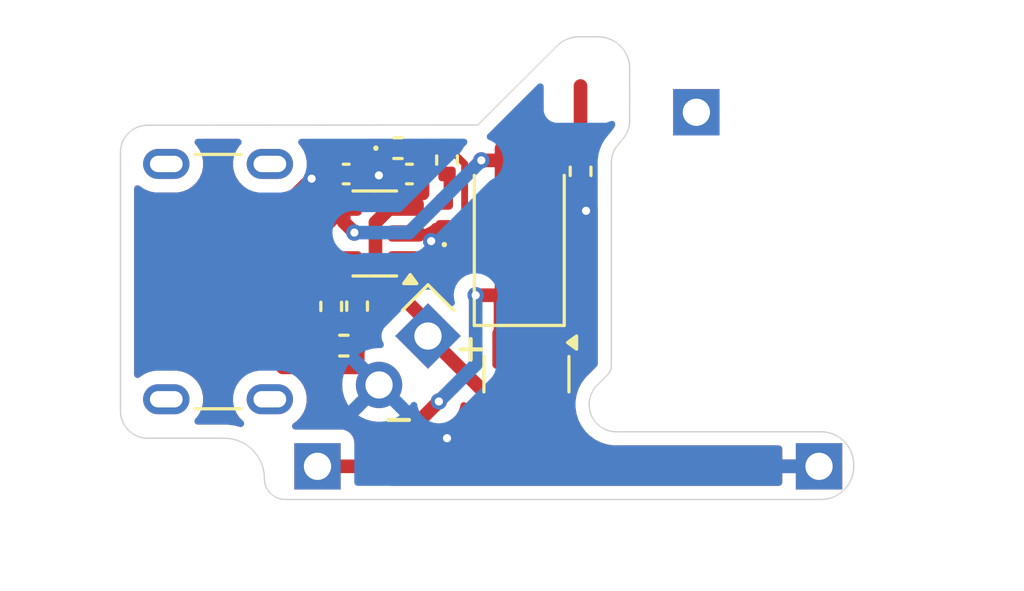
<source format=kicad_pcb>
(kicad_pcb (version 20240108) (generator "pcbnew") (generator_version "8.0")
  (layers (0 "F.Cu" signal) (31 "B.Cu" signal) (34 "B.Paste" user) (35 "F.Paste" user) (36 "B.SilkS" user "B.Silkscreen") (37 "F.SilkS" user "F.Silkscreen") (38 "B.Mask" user) (39 "F.Mask" user) (44 "Edge.Cuts" user))
  (net 0 "")
  (net 1 "GND")
  (net 2 "Net-(U1-STAT)")
  (net 3 "Net-(U1-PROG)")
  (net 4 "Net-(D1-K)")
  (net 5 "Net-(D2-A)")
  (net 10 "5V")
  (net 11 "CC2")
  (net 12 "CC1")
  (net 13 "VBATT")
  (net 14 "VOUT")
  (footprint "Package_TO_SOT_SMD:SOT-23-5" (layer "F.Cu") (at 53.8 76.8325 180)
    (property "Reference" "U1" (hide yes))
    (property "Value" "MCP73831T-2ACI/OT")
    (fp_line (start 0 1.56) (end 0.8 1.56) (stroke (width 0.12)) (layer "F.SilkS"))
    (fp_line (start 0 1.56) (end -0.8 1.56) (stroke (width 0.12)) (layer "F.SilkS"))
    (fp_line (start 0 -1.56) (end 0.8 -1.56) (stroke (width 0.12)) (layer "F.SilkS"))
    (fp_line (start 0 -1.56) (end -0.8 -1.56) (stroke (width 0.12)) (layer "F.SilkS"))
    (fp_poly (pts (xy -1.3 -1.51) (xy -1.54 -1.84) (xy -1.06 -1.84) (xy -1.3 -1.51)) (stroke (width 0.12)) (fill solid) (layer "F.SilkS"))
    (pad "1" smd roundrect (at -1.1375 -0.95 180) (size 1.325 0.6) (layers "F.Cu" "F.Paste" "F.Mask") (net 2 "Net-(U1-STAT)"))
    (pad "2" smd roundrect (at -1.1375 0 180) (size 1.325 0.6) (layers "F.Cu" "F.Paste" "F.Mask") (net 1 "GND"))
    (pad "3" smd roundrect (at -1.1375 0.95 180) (size 1.325 0.6) (layers "F.Cu" "F.Paste" "F.Mask") (net 13 "VBATT"))
    (pad "4" smd roundrect (at 1.1375 0.95 180) (size 1.325 0.6) (layers "F.Cu" "F.Paste" "F.Mask") (net 10 "5V"))
    (pad "5" smd roundrect (at 1.1375 -0.95 180) (size 1.325 0.6) (layers "F.Cu" "F.Paste" "F.Mask") (net 3 "Net-(U1-PROG)"))
  )
  (footprint "LED_SMD:LED_0402_1005Metric" (layer "F.Cu") (at 56.35 76.15 90)
    (property "Reference" "D2" (hide yes))
    (property "Value" "LED" (hide yes))
    (fp_circle (center -1.09 0) (end -1.04 0) (stroke (width 0.1)) (fill none) (layer "F.SilkS"))
    (pad "1" smd roundrect (at -0.485 0 90) (size 0.59 0.64) (layers "F.Cu" "F.Paste" "F.Mask") (net 1 "GND"))
    (pad "2" smd roundrect (at 0.485 0 90) (size 0.59 0.64) (layers "F.Cu" "F.Paste" "F.Mask") (net 5 "Net-(D2-A)"))
  )
  (footprint "Package_TO_SOT_SMD:SOT-23" (layer "F.Cu") (at 59.3625 82 -90)
    (property "Reference" "Q2" (hide yes))
    (property "Value" "BSS83P")
    (fp_line (start 0 1.56) (end -0.65 1.56) (stroke (width 0.12)) (layer "F.SilkS"))
    (fp_line (start 0 1.56) (end 0.65 1.56) (stroke (width 0.12)) (layer "F.SilkS"))
    (fp_line (start 0 -1.56) (end -0.65 -1.56) (stroke (width 0.12)) (layer "F.SilkS"))
    (fp_line (start 0 -1.56) (end 0.65 -1.56) (stroke (width 0.12)) (layer "F.SilkS"))
    (fp_poly (pts (xy -1.1625 -1.51) (xy -1.4025 -1.84) (xy -0.9225 -1.84) (xy -1.1625 -1.51)) (stroke (width 0.12)) (fill solid) (layer "F.SilkS"))
    (pad "1" smd roundrect (at -0.9375 -0.95 270) (size 1.475 0.6) (layers "F.Cu" "F.Paste" "F.Mask") (net 10 "5V"))
    (pad "2" smd roundrect (at -0.9375 0.95 270) (size 1.475 0.6) (layers "F.Cu" "F.Paste" "F.Mask") (net 14 "VOUT"))
    (pad "3" smd roundrect (at 0.9375 0 270) (size 1.475 0.6) (layers "F.Cu" "F.Paste" "F.Mask") (net 13 "VBATT"))
  )
  (footprint "Resistor_SMD:R_0402_1005Metric" (layer "F.Cu") (at 52.665 80.95 180)
    (property "Reference" "R1" (hide yes))
    (property "Value" "5.1K")
    (fp_line (start -0.153641 0.38) (end 0.153641 0.38) (stroke (width 0.12)) (layer "F.SilkS"))
    (fp_line (start -0.153641 -0.38) (end 0.153641 -0.38) (stroke (width 0.12)) (layer "F.SilkS"))
    (pad "1" smd roundrect (at -0.51 0 180) (size 0.54 0.64) (layers "F.Cu" "F.Paste" "F.Mask") (net 1 "GND"))
    (pad "2" smd roundrect (at 0.51 0 180) (size 0.54 0.64) (layers "F.Cu" "F.Paste" "F.Mask") (net 11 "CC2"))
  )
  (footprint "Resistor_SMD:R_0402_1005Metric" (layer "F.Cu") (at 52.2 79.51 90)
    (property "Reference" "R4" (hide yes))
    (property "Value" "5.1K")
    (fp_line (start -0.153641 -0.38) (end 0.153641 -0.38) (stroke (width 0.12)) (layer "F.SilkS"))
    (fp_line (start -0.153641 0.38) (end 0.153641 0.38) (stroke (width 0.12)) (layer "F.SilkS"))
    (pad "1" smd roundrect (at -0.51 0 90) (size 0.54 0.64) (layers "F.Cu" "F.Paste" "F.Mask") (net 1 "GND"))
    (pad "2" smd roundrect (at 0.51 0 90) (size 0.54 0.64) (layers "F.Cu" "F.Paste" "F.Mask") (net 12 "CC1"))
  )
  (footprint "Resistor_SMD:R_0402_1005Metric" (layer "F.Cu") (at 61.35 74.55 90)
    (property "Reference" "R6" (hide yes))
    (property "Value" "4.7k")
    (fp_line (start -0.153641 -0.38) (end 0.153641 -0.38) (stroke (width 0.12)) (layer "F.SilkS"))
    (fp_line (start -0.153641 0.38) (end 0.153641 0.38) (stroke (width 0.12)) (layer "F.SilkS"))
    (pad "1" smd roundrect (at -0.51 0 90) (size 0.54 0.64) (layers "F.Cu" "F.Paste" "F.Mask") (net 1 "GND"))
    (pad "2" smd roundrect (at 0.51 0 90) (size 0.54 0.64) (layers "F.Cu" "F.Paste" "F.Mask") (net 10 "5V"))
  )
  (footprint "Connector_PinHeader_2.54mm:PinHeader_1x01_P2.54mm_Vertical" (layer "F.Cu") (at 70.097511 85.38249)
    (property "Reference" "J4" (hide yes))
    (property "Value" "Conn_01x02_Socket")
    (pad "1" thru_hole rect (at 0 0) (size 1.7 1.7) (drill 1) (layers "*.Cu" "*.Mask") (net 1 "GND"))
  )
  (footprint "LED_SMD:LED_0402_1005Metric" (layer "F.Cu") (at 52.75 73.7 180)
    (property "Reference" "D1" (hide yes))
    (property "Value" "LED")
    (fp_circle (center -1.09 0) (end -1.04 0) (stroke (width 0.1)) (fill none) (layer "F.SilkS"))
    (pad "1" smd roundrect (at -0.485 0 180) (size 0.59 0.64) (layers "F.Cu" "F.Paste" "F.Mask") (net 4 "Net-(D1-K)"))
    (pad "2" smd roundrect (at 0.485 0 180) (size 0.59 0.64) (layers "F.Cu" "F.Paste" "F.Mask") (net 10 "5V"))
  )
  (footprint "Connector_PinHeader_2.54mm:PinHeader_1x01_P2.54mm_Vertical" (layer "F.Cu") (at 51.697511 85.38249)
    (property "Reference" "J3" (hide yes))
    (property "Value" "Conn_01x02_Socket")
    (pad "1" thru_hole rect (at 0 0) (size 1.7 1.7) (drill 1) (layers "*.Cu" "*.Mask") (net 14 "VOUT"))
  )
  (footprint "Resistor_SMD:R_0402_1005Metric" (layer "F.Cu") (at 53.15 79.5 -90)
    (property "Reference" "R5" (hide yes))
    (property "Value" "10K\\")
    (fp_line (start -0.153641 0.38) (end 0.153641 0.38) (stroke (width 0.12)) (layer "F.SilkS"))
    (fp_line (start -0.153641 -0.38) (end 0.153641 -0.38) (stroke (width 0.12)) (layer "F.SilkS"))
    (pad "1" smd roundrect (at -0.51 0 270) (size 0.54 0.64) (layers "F.Cu" "F.Paste" "F.Mask") (net 3 "Net-(U1-PROG)"))
    (pad "2" smd roundrect (at 0.51 0 270) (size 0.54 0.64) (layers "F.Cu" "F.Paste" "F.Mask") (net 1 "GND"))
  )
  (footprint "Diode_SMD:D_SMA" (layer "F.Cu") (at 59.1 76.7 90)
    (property "Reference" "D3" (hide yes))
    (property "Value" "SS14")
    (fp_line (start -3.51 -1.65) (end 2 -1.65) (stroke (width 0.12)) (layer "F.SilkS"))
    (fp_line (start -3.51 -1.65) (end -3.51 1.65) (stroke (width 0.12)) (layer "F.SilkS"))
    (fp_line (start -3.51 1.65) (end 2 1.65) (stroke (width 0.12)) (layer "F.SilkS"))
    (pad "1" smd roundrect (at -2 0 90) (size 2.5 1.8) (layers "F.Cu" "F.Paste" "F.Mask") (roundrect_rratio 0.1388888889) (net 14 "VOUT"))
    (pad "2" smd roundrect (at 2 0 90) (size 2.5 1.8) (layers "F.Cu" "F.Paste" "F.Mask") (roundrect_rratio 0.1388888889) (net 10 "5V"))
  )
  (footprint "Resistor_SMD:R_0402_1005Metric" (layer "F.Cu") (at 54.65 73.7)
    (property "Reference" "R2" (hide yes))
    (property "Value" "470")
    (fp_line (start -0.153641 -0.38) (end 0.153641 -0.38) (stroke (width 0.12)) (layer "F.SilkS"))
    (fp_line (start -0.153641 0.38) (end 0.153641 0.38) (stroke (width 0.12)) (layer "F.SilkS"))
    (pad "1" smd roundrect (at -0.51 0) (size 0.54 0.64) (layers "F.Cu" "F.Paste" "F.Mask") (net 4 "Net-(D1-K)"))
    (pad "2" smd roundrect (at 0.51 0) (size 0.54 0.64) (layers "F.Cu" "F.Paste" "F.Mask") (net 2 "Net-(U1-STAT)"))
  )
  (footprint "Connector_PinHeader_2.54mm:PinHeader_1x02_P2.54mm_Vertical" (layer "F.Cu") (at 55.751562 80.598439 -45)
    (property "Reference" "J1" (hide yes))
    (property "Value" "Conn_01x02_Socket")
    (fp_line (start -1.33 0) (end -1.33 -1.33) (stroke (width 0.12)) (layer "F.SilkS"))
    (fp_line (start -1.33 -1.33) (end 0 -1.33) (stroke (width 0.12)) (layer "F.SilkS"))
    (pad "1" thru_hole rect (at 0 0 315) (size 1.7 1.7) (drill 1) (layers "*.Cu" "*.Mask") (net 13 "VBATT"))
    (pad "2" thru_hole oval (at 0 2.54 315) (size 1.7 1.7) (drill 1) (layers "*.Cu" "*.Mask") (net 1 "GND"))
  )
  (footprint "Capacitor_SMD:C_0402_1005Metric" (layer "F.Cu") (at 52.75 74.65)
    (property "Reference" "C1" (hide yes))
    (property "Value" "10µF")
    (fp_line (start -0.107836 -0.36) (end 0.107836 -0.36) (stroke (width 0.12)) (layer "F.SilkS"))
    (fp_line (start -0.107836 0.36) (end 0.107836 0.36) (stroke (width 0.12)) (layer "F.SilkS"))
    (pad "1" smd roundrect (at -0.48 0) (size 0.56 0.62) (layers "F.Cu" "F.Paste" "F.Mask") (net 10 "5V"))
    (pad "2" smd roundrect (at 0.48 0) (size 0.56 0.62) (layers "F.Cu" "F.Paste" "F.Mask") (net 1 "GND"))
  )
  (footprint "Connector_PinHeader_2.54mm:PinHeader_1x01_P2.54mm_Vertical" (layer "F.Cu") (at 65.597511 72.38249)
    (property "Reference" "J5" (hide yes))
    (property "Value" "Conn_01x02_Socket")
    (pad "1" thru_hole rect (at 0 0) (size 1.7 1.7) (drill 1) (layers "*.Cu" "*.Mask") (net 10 "5V"))
  )
  (footprint "Connector_USB:USB_C_Receptacle_GCT_USB4125-xx-x-0190_6P_TopMnt_Horizontal" (layer "F.Cu") (at 46.95 78.6 -90)
    (property "Reference" "J2" (hide yes))
    (property "Value" "USB_C_Receptacle")
    (fp_line (start -4.67 -0.25) (end -4.67 -1.95) (stroke (width 0.12)) (layer "F.SilkS"))
    (fp_line (start 4.67 -0.25) (end 4.67 -1.95) (stroke (width 0.12)) (layer "F.SilkS"))
    (pad "A5" smd roundrect (at -0.5 -3.08 270) (size 0.7 1.2) (layers "F.Cu" "F.Paste" "F.Mask") (net 12 "CC1"))
    (pad "A9" smd roundrect (at 1.52 -3.08 90) (size 0.76 1.2) (layers "F.Cu" "F.Paste" "F.Mask") (net 10 "5V"))
    (pad "A12" smd roundrect (at 2.75 -3.08 90) (size 0.8 1.2) (layers "F.Cu" "F.Paste" "F.Mask") (net 1 "GND"))
    (pad "B5" smd roundrect (at 0.5 -3.08 90) (size 0.7 1.2) (layers "F.Cu" "F.Paste" "F.Mask") (net 11 "CC2"))
    (pad "B9" smd roundrect (at -1.52 -3.08 270) (size 0.76 1.2) (layers "F.Cu" "F.Paste" "F.Mask") (net 10 "5V"))
    (pad "B12" smd roundrect (at -2.75 -3.08 270) (size 0.8 1.2) (layers "F.Cu" "F.Paste" "F.Mask") (net 1 "GND"))
    (pad "S1" thru_hole oval (at -4.32 -3 270) (size 1.1 1.7) (drill oval 0.6 1.2) (layers "*.Cu" "*.Mask" "F.Paste"))
    (pad "S1" thru_hole oval (at -4.32 0.8 270) (size 1.1 1.7) (drill oval 0.6 1.2) (layers "*.Cu" "*.Mask" "F.Paste"))
    (pad "S1" thru_hole oval (at 4.32 -3 270) (size 1.1 1.7) (drill oval 0.6 1.2) (layers "*.Cu" "*.Mask" "F.Paste"))
    (pad "S1" thru_hole oval (at 4.32 0.8 270) (size 1.1 1.7) (drill oval 0.6 1.2) (layers "*.Cu" "*.Mask" "F.Paste"))
  )
  (footprint "Capacitor_SMD:C_0402_1005Metric" (layer "F.Cu") (at 55.07 74.65 180)
    (property "Reference" "C2" (hide yes))
    (property "Value" "10µF")
    (fp_line (start -0.107836 0.36) (end 0.107836 0.36) (stroke (width 0.12)) (layer "F.SilkS"))
    (fp_line (start -0.107836 -0.36) (end 0.107836 -0.36) (stroke (width 0.12)) (layer "F.SilkS"))
    (pad "1" smd roundrect (at -0.48 0 180) (size 0.56 0.62) (layers "F.Cu" "F.Paste" "F.Mask") (net 13 "VBATT"))
    (pad "2" smd roundrect (at 0.48 0 180) (size 0.56 0.62) (layers "F.Cu" "F.Paste" "F.Mask") (net 1 "GND"))
  )
  (footprint "Resistor_SMD:R_0402_1005Metric" (layer "F.Cu") (at 56.45 74.1375 90)
    (property "Reference" "R3" (hide yes))
    (property "Value" "470")
    (fp_line (start -0.153641 -0.38) (end 0.153641 -0.38) (stroke (width 0.12)) (layer "F.SilkS"))
    (fp_line (start -0.153641 0.38) (end 0.153641 0.38) (stroke (width 0.12)) (layer "F.SilkS"))
    (pad "1" smd roundrect (at -0.51 0 90) (size 0.54 0.64) (layers "F.Cu" "F.Paste" "F.Mask") (net 5 "Net-(D2-A)"))
    (pad "2" smd roundrect (at 0.51 0 90) (size 0.54 0.64) (layers "F.Cu" "F.Paste" "F.Mask") (net 2 "Net-(U1-STAT)"))
  )
  (gr_arc (start 62.478641 81.677893) (mid 62.440581 81.869234) (end 62.332195 82.031446) (stroke (width 0.05)) (layer "Edge.Cuts"))
  (gr_line (start 45.47 72.857092) (end 57.576244 72.849776) (stroke (width 0.05)) (layer "Edge.Cuts"))
  (gr_arc (start 62.001963 69.613883) (mid 62.8125 69.951691) (end 63.148342 70.763044) (stroke (width 0.05)) (layer "Edge.Cuts"))
  (gr_arc (start 63.149742 72.694636) (mid 63.092257 73.029527) (end 62.925952 73.325836) (stroke (width 0.05)) (layer "Edge.Cuts"))
  (gr_line (start 50.52 86.6) (end 70.167511 86.6) (stroke (width 0.05)) (layer "Edge.Cuts"))
  (gr_arc (start 48.275 84.35) (mid 49.317983 84.782017) (end 49.75 85.825) (stroke (width 0.05)) (layer "Edge.Cuts"))
  (gr_arc (start 71.367511 85.4) (mid 71.01604 86.248532) (end 70.167511 86.6) (stroke (width 0.05)) (layer "Edge.Cuts"))
  (gr_arc (start 50.52 86.6) (mid 49.975528 86.374472) (end 49.75 85.83) (stroke (width 0.05)) (layer "Edge.Cuts"))
  (gr_arc (start 62.478641 74.231499) (mid 62.536248 73.896991) (end 62.702432 73.601023) (stroke (width 0.05)) (layer "Edge.Cuts"))
  (gr_arc (start 70.167511 84.113641) (mid 71.016039 84.465113) (end 71.367511 85.313641) (stroke (width 0.05)) (layer "Edge.Cuts"))
  (gr_line (start 61.301398 69.611678) (end 62.001963 69.613883) (stroke (width 0.05)) (layer "Edge.Cuts"))
  (gr_arc (start 62.664214 84.113641) (mid 61.74033 83.496325) (end 61.957107 82.406534) (stroke (width 0.05)) (layer "Edge.Cuts"))
  (gr_line (start 60.485597 69.947508) (end 57.576244 72.849776) (stroke (width 0.05)) (layer "Edge.Cuts"))
  (gr_arc (start 45.47 84.35) (mid 44.762893 84.057107) (end 44.47 83.35) (stroke (width 0.05)) (layer "Edge.Cuts"))
  (gr_line (start 62.478641 74.231499) (end 62.478641 81.677893) (stroke (width 0.05)) (layer "Edge.Cuts"))
  (gr_line (start 44.47 83.35) (end 44.47 73.857092) (stroke (width 0.05)) (layer "Edge.Cuts"))
  (gr_arc (start 44.47 73.857092) (mid 44.762893 73.149985) (end 45.47 72.857092) (stroke (width 0.05)) (layer "Edge.Cuts"))
  (gr_line (start 71.367511 85.313641) (end 71.367511 85.4) (stroke (width 0.05)) (layer "Edge.Cuts"))
  (gr_line (start 45.47 84.35) (end 48.275 84.35) (stroke (width 0.05)) (layer "Edge.Cuts"))
  (gr_line (start 62.664214 84.113641) (end 70.167511 84.113641) (stroke (width 0.05)) (layer "Edge.Cuts"))
  (gr_line (start 61.957107 82.406534) (end 62.332195 82.031446) (stroke (width 0.05)) (layer "Edge.Cuts"))
  (gr_line (start 63.148342 70.763044) (end 63.149742 72.694636) (stroke (width 0.05)) (layer "Edge.Cuts"))
  (gr_line (start 49.75 85.83) (end 49.75 85.825) (stroke (width 0.05)) (layer "Edge.Cuts"))
  (gr_arc (start 60.485597 69.947508) (mid 60.860013 69.69825) (end 61.301398 69.611678) (stroke (width 0.05)) (layer "Edge.Cuts"))
  (gr_line (start 62.925952 73.325836) (end 62.702432 73.601023) (stroke (width 0.05)) (layer "Edge.Cuts"))
  (gr_text "+" (at 56.6 81.6 0) (layer "F.SilkS") (effects (font (size 1 1)) (justify left bottom)))
  (gr_text "-" (at 53.955511 84.190541 0) (layer "F.SilkS") (effects (font (size 1 1)) (justify left bottom)))
  (segment (start 61.35 75.06) (end 61.35 75.8) (width 0.5) (layer "F.Cu") (net 1))
  (segment (start 70.097511 85.38249) (end 57.48249 85.38249) (width 0.5) (layer "F.Cu") (net 1))
  (segment (start 55.867565 77.113355) (end 55.871645 77.113355) (width 0.25) (layer "F.Cu") (net 1))
  (segment (start 55.58671 76.8325) (end 54.9375 76.8325) (width 0.25) (layer "F.Cu") (net 1))
  (segment (start 50.03 81.35) (end 50.43 81.75) (width 0.5) (layer "F.Cu") (net 1))
  (segment (start 53.311021 81.75) (end 53.955511 82.39449) (width 0.5) (layer "F.Cu") (net 1))
  (segment (start 57.48249 85.38249) (end 56.45 84.35) (width 0.5) (layer "F.Cu") (net 1))
  (segment (start 50.43 81.75) (end 53.311021 81.75) (width 0.5) (layer "F.Cu") (net 1))
  (segment (start 50.453533 75.85) (end 51.482378 74.821155) (width 0.5) (layer "F.Cu") (net 1))
  (segment (start 54 74.65) (end 53.95 74.7) (width 0.25) (layer "F.Cu") (net 1))
  (segment (start 50.03 75.85) (end 50.453533 75.85) (width 0.5) (layer "F.Cu") (net 1))
  (segment (start 55.867565 77.113355) (end 55.58671 76.8325) (width 0.25) (layer "F.Cu") (net 1))
  (segment (start 61.35 75.8) (end 61.55 76) (width 0.5) (layer "F.Cu") (net 1))
  (segment (start 56.35 76.635) (end 56.35 76.5225) (width 0.25) (layer "F.Cu") (net 1))
  (segment (start 55.871645 77.113355) (end 56.35 76.635) (width 0.25) (layer "F.Cu") (net 1))
  (via (at 53.95 74.7) (size 0.6) (drill 0.3) (layers "F.Cu" "B.Cu") (net 1))
  (via (at 61.55 76) (size 0.6) (drill 0.3) (layers "F.Cu" "B.Cu") (net 1))
  (via (at 56.45 84.35) (size 0.6) (drill 0.3) (layers "F.Cu" "B.Cu") (net 1))
  (via (at 51.482378 74.821155) (size 0.6) (drill 0.3) (layers "F.Cu" "B.Cu") (net 1))
  (via (at 55.867565 77.113355) (size 0.6) (drill 0.3) (layers "F.Cu" "B.Cu") (net 1))
  (segment (start 56.3775 73.7) (end 56.45 73.6275) (width 0.25) (layer "F.Cu") (net 2))
  (segment (start 57.095 77.03) (end 57.095 74.2725) (width 0.25) (layer "F.Cu") (net 2))
  (segment (start 55.16 73.7) (end 56.3775 73.7) (width 0.25) (layer "F.Cu") (net 2))
  (segment (start 56.3425 77.7825) (end 57.095 77.03) (width 0.25) (layer "F.Cu") (net 2))
  (segment (start 57.095 74.2725) (end 56.45 73.6275) (width 0.25) (layer "F.Cu") (net 2))
  (segment (start 54.9375 77.7825) (end 56.3425 77.7825) (width 0.25) (layer "F.Cu") (net 2))
  (segment (start 53.15 78.99) (end 53.21 78.99) (width 0.25) (layer "F.Cu") (net 3))
  (segment (start 53.21 78.99) (end 53.25 78.95) (width 0.25) (layer "F.Cu") (net 3))
  (segment (start 53.25 78.95) (end 53.25 78.37) (width 0.25) (layer "F.Cu") (net 3))
  (segment (start 53.25 78.37) (end 52.6625 77.7825) (width 0.25) (layer "F.Cu") (net 3))
  (segment (start 54.14 73.7) (end 53.235 73.7) (width 0.25) (layer "F.Cu") (net 4))
  (segment (start 56.45 74.6475) (end 56.45 75.5525) (width 0.25) (layer "F.Cu") (net 5))
  (segment (start 52.6625 76.4125) (end 53.05 76.8) (width 0.5) (layer "F.Cu") (net 10))
  (segment (start 51.465 77.08) (end 50.03 77.08) (width 0.5) (layer "F.Cu") (net 10))
  (segment (start 61.347511 73.192489) (end 61.347511 71.41749) (width 0.5) (layer "F.Cu") (net 10))
  (segment (start 57.70757 74.148467) (end 58.548467 74.148467) (width 0.5) (layer "F.Cu") (net 10))
  (segment (start 52.27 75.49) (end 52.6625 75.8825) (width 0.5) (layer "F.Cu") (net 10))
  (segment (start 60.3125 81.0625) (end 60.612499 80.762501) (width 0.5) (layer "F.Cu") (net 10))
  (segment (start 52.27 73.705) (end 52.265 73.7) (width 0.5) (layer "F.Cu") (net 10))
  (segment (start 48.98 79.67) (end 48.98 77.661266) (width 0.5) (layer "F.Cu") (net 10))
  (segment (start 61.4 73.99) (end 60.55 73.99) (width 0.5) (layer "F.Cu") (net 10))
  (segment (start 60.55 73.99) (end 59.81 73.99) (width 0.5) (layer "F.Cu") (net 10))
  (segment (start 52.6625 75.8825) (end 52.6625 76.4125) (width 0.5) (layer "F.Cu") (net 10))
  (segment (start 60.612499 76.212499) (end 59.1 74.7) (width 0.5) (layer "F.Cu") (net 10))
  (segment (start 60.612499 80.762501) (end 60.612499 76.212499) (width 0.5) (layer "F.Cu") (net 10))
  (segment (start 52.27 74.65) (end 52.27 75.49) (width 0.5) (layer "F.Cu") (net 10))
  (segment (start 60.55 73.99) (end 61.347511 73.192489) (width 0.5) (layer "F.Cu") (net 10))
  (segment (start 50.03 80.12) (end 49.43 80.12) (width 0.5) (layer "F.Cu") (net 10))
  (segment (start 52.27 74.65) (end 52.27 73.705) (width 0.5) (layer "F.Cu") (net 10))
  (segment (start 48.98 77.661266) (end 49.561266 77.08) (width 0.5) (layer "F.Cu") (net 10))
  (segment (start 49.43 80.12) (end 48.98 79.67) (width 0.5) (layer "F.Cu") (net 10))
  (segment (start 58.548467 74.148467) (end 59.1 74.7) (width 0.5) (layer "F.Cu") (net 10))
  (segment (start 59.81 73.99) (end 59.1 74.7) (width 0.5) (layer "F.Cu") (net 10))
  (segment (start 52.6625 75.8825) (end 51.465 77.08) (width 0.5) (layer "F.Cu") (net 10))
  (segment (start 49.561266 77.08) (end 50.03 77.08) (width 0.5) (layer "F.Cu") (net 10))
  (via (at 53.05 76.8) (size 0.6) (drill 0.3) (layers "F.Cu" "B.Cu") (net 10))
  (via (at 57.70757 74.148467) (size 0.6) (drill 0.3) (layers "F.Cu" "B.Cu") (net 10))
  (segment (start 53.05 76.8) (end 55.056037 76.8) (width 0.5) (layer "B.Cu") (net 10))
  (segment (start 55.056037 76.8) (end 57.70757 74.148467) (width 0.5) (layer "B.Cu") (net 10))
  (segment (start 51.55 80.95) (end 50.955 80.355) (width 0.25) (layer "F.Cu") (net 11))
  (segment (start 50.955 79.711416) (end 50.343584 79.1) (width 0.25) (layer "F.Cu") (net 11))
  (segment (start 52.155 80.95) (end 51.55 80.95) (width 0.25) (layer "F.Cu") (net 11))
  (segment (start 50.955 80.355) (end 50.955 79.711416) (width 0.25) (layer "F.Cu") (net 11))
  (segment (start 50.343584 79.1) (end 50.03 79.1) (width 0.25) (layer "F.Cu") (net 11))
  (segment (start 50.5 78.1) (end 51.4 79) (width 0.25) (layer "F.Cu") (net 12))
  (segment (start 50.03 78.1) (end 50.5 78.1) (width 0.25) (layer "F.Cu") (net 12))
  (segment (start 51.4 79) (end 52.2 79) (width 0.25) (layer "F.Cu") (net 12))
  (segment (start 59.3625 82.9375) (end 58.090623 82.9375) (width 0.5) (layer "F.Cu") (net 13))
  (segment (start 55.45 75.37) (end 54.9375 75.8825) (width 0.5) (layer "F.Cu") (net 13))
  (segment (start 54.372316 75.8825) (end 53.825 76.429816) (width 0.5) (layer "F.Cu") (net 13))
  (segment (start 58.090623 82.9375) (end 55.751562 80.598439) (width 0.5) (layer "F.Cu") (net 13))
  (segment (start 53.825 78.185184) (end 55.751562 80.111746) (width 0.5) (layer "F.Cu") (net 13))
  (segment (start 54.9375 75.8825) (end 54.372316 75.8825) (width 0.5) (layer "F.Cu") (net 13))
  (segment (start 55.751562 80.111746) (end 55.751562 80.598439) (width 0.5) (layer "F.Cu") (net 13))
  (segment (start 55.751562 80.598439) (end 55.698439 80.598439) (width 0.5) (layer "F.Cu") (net 13))
  (segment (start 55.55 74.65) (end 55.55 75.37) (width 0.5) (layer "F.Cu") (net 13))
  (segment (start 53.825 76.429816) (end 53.825 78.185184) (width 0.5) (layer "F.Cu") (net 13))
  (segment (start 58.7 79.1) (end 59.1 78.7) (width 0.5) (layer "F.Cu") (net 14))
  (segment (start 59.3 78.5) (end 59.1 78.7) (width 0.5) (layer "F.Cu") (net 14))
  (segment (start 57.5 79.1) (end 58.7 79.1) (width 0.5) (layer "F.Cu") (net 14))
  (segment (start 58.4125 81.0625) (end 58.4125 79.3875) (width 0.5) (layer "F.Cu") (net 14))
  (segment (start 51.697511 85.38249) (end 53.76751 85.38249) (width 0.5) (layer "F.Cu") (net 14))
  (segment (start 53.76751 85.38249) (end 56.15 83) (width 0.5) (layer "F.Cu") (net 14))
  (segment (start 58.4125 79.3875) (end 59.1 78.7) (width 0.5) (layer "F.Cu") (net 14))
  (via (at 56.15 83) (size 0.6) (drill 0.3) (layers "F.Cu" "B.Cu") (net 14))
  (via (at 57.5 79.1) (size 0.6) (drill 0.3) (layers "F.Cu" "B.Cu") (net 14))
  (segment (start 57.5 81.65) (end 57.5 79.1) (width 0.5) (layer "B.Cu") (net 14))
  (segment (start 56.15 83) (end 57.5 81.65) (width 0.5) (layer "B.Cu") (net 14))
  (zone (net 1) (net_name "GND") (layers "F&B.Cu") (connect_pads (clearance 0.5)) (min_thickness 0.25) (fill yes (thermal_gap 0.5) (thermal_bridge_width 0.5))
    (polygon (pts (xy 75.95 68.260128) (xy 40.108448 68.610046) (xy 40.05 88.95) (xy 75.95 88.6)))
  )
)
</source>
